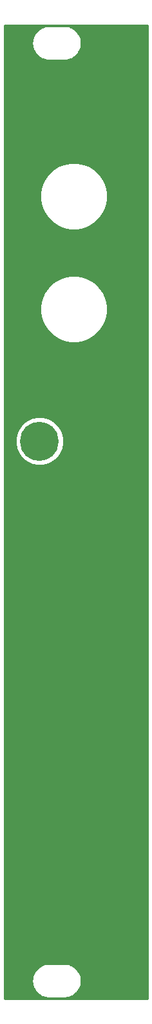
<source format=gbr>
G04 #@! TF.GenerationSoftware,KiCad,Pcbnew,(5.1.5-0)*
G04 #@! TF.CreationDate,2021-01-20T00:49:02-08:00*
G04 #@! TF.ProjectId,bong0,626f6e67-302e-46b6-9963-61645f706362,rev?*
G04 #@! TF.SameCoordinates,Original*
G04 #@! TF.FileFunction,Copper,L2,Bot*
G04 #@! TF.FilePolarity,Positive*
%FSLAX46Y46*%
G04 Gerber Fmt 4.6, Leading zero omitted, Abs format (unit mm)*
G04 Created by KiCad (PCBNEW (5.1.5-0)) date 2021-01-20 00:49:02*
%MOMM*%
%LPD*%
G04 APERTURE LIST*
%ADD10C,5.100000*%
%ADD11C,6.100000*%
%ADD12C,0.254000*%
G04 APERTURE END LIST*
D10*
X5250000Y-55000000D03*
D11*
X5000000Y-76250000D03*
X5000000Y-100750000D03*
X15000000Y-100750000D03*
D12*
G36*
X19440001Y-127840000D02*
G01*
X660000Y-127840000D01*
X660000Y-125451353D01*
X4242755Y-125451353D01*
X4243173Y-125511171D01*
X4242755Y-125570988D01*
X4243655Y-125580160D01*
X4276296Y-125890715D01*
X4288320Y-125949291D01*
X4299532Y-126008070D01*
X4302196Y-126016892D01*
X4394535Y-126315192D01*
X4417715Y-126370335D01*
X4440124Y-126425800D01*
X4444451Y-126433937D01*
X4592972Y-126708621D01*
X4626417Y-126758205D01*
X4659177Y-126808268D01*
X4665001Y-126815409D01*
X4864047Y-127056013D01*
X4906482Y-127098154D01*
X4948346Y-127140903D01*
X4955446Y-127146777D01*
X5197435Y-127344138D01*
X5247259Y-127377241D01*
X5296615Y-127411036D01*
X5304721Y-127415419D01*
X5580435Y-127562019D01*
X5635704Y-127584799D01*
X5690724Y-127608381D01*
X5699527Y-127611105D01*
X5998465Y-127701359D01*
X6057138Y-127712976D01*
X6115655Y-127725415D01*
X6124820Y-127726378D01*
X6435594Y-127756850D01*
X6435598Y-127756850D01*
X6467581Y-127760000D01*
X8532419Y-127760000D01*
X8565986Y-127756694D01*
X8586744Y-127756694D01*
X8595909Y-127755731D01*
X8906228Y-127720923D01*
X8964731Y-127708487D01*
X9023419Y-127696867D01*
X9032222Y-127694142D01*
X9329870Y-127599723D01*
X9384792Y-127576183D01*
X9440159Y-127553363D01*
X9448265Y-127548979D01*
X9721904Y-127398544D01*
X9771217Y-127364779D01*
X9821088Y-127331645D01*
X9828188Y-127325770D01*
X10067397Y-127125049D01*
X10109241Y-127082320D01*
X10151694Y-127040162D01*
X10157519Y-127033020D01*
X10353185Y-126789660D01*
X10385938Y-126739608D01*
X10419391Y-126690013D01*
X10423714Y-126681881D01*
X10423717Y-126681877D01*
X10423719Y-126681873D01*
X10568388Y-126405146D01*
X10590785Y-126349711D01*
X10613978Y-126294539D01*
X10616641Y-126285717D01*
X10704807Y-125986156D01*
X10716007Y-125927440D01*
X10728045Y-125868798D01*
X10728944Y-125859627D01*
X10757245Y-125548647D01*
X10756827Y-125488830D01*
X10757245Y-125429012D01*
X10756345Y-125419841D01*
X10723704Y-125109285D01*
X10711680Y-125050709D01*
X10700468Y-124991930D01*
X10697804Y-124983108D01*
X10605465Y-124684808D01*
X10582280Y-124629653D01*
X10559876Y-124574200D01*
X10555549Y-124566064D01*
X10555549Y-124566063D01*
X10555546Y-124566059D01*
X10407028Y-124291379D01*
X10373583Y-124241795D01*
X10340823Y-124191732D01*
X10334999Y-124184591D01*
X10135954Y-123943987D01*
X10093535Y-123901863D01*
X10051655Y-123859097D01*
X10044554Y-123853223D01*
X9802565Y-123655862D01*
X9752741Y-123622759D01*
X9703385Y-123588964D01*
X9695279Y-123584581D01*
X9419566Y-123437981D01*
X9364269Y-123415189D01*
X9309275Y-123391619D01*
X9300472Y-123388895D01*
X9001535Y-123298641D01*
X8942862Y-123287024D01*
X8884345Y-123274585D01*
X8875180Y-123273622D01*
X8564405Y-123243150D01*
X8564402Y-123243150D01*
X8532419Y-123240000D01*
X6467581Y-123240000D01*
X6434014Y-123243306D01*
X6413256Y-123243306D01*
X6404091Y-123244269D01*
X6093771Y-123279077D01*
X6035298Y-123291506D01*
X5976581Y-123303132D01*
X5967778Y-123305858D01*
X5670130Y-123400277D01*
X5615147Y-123423843D01*
X5559841Y-123446638D01*
X5551735Y-123451021D01*
X5278095Y-123601456D01*
X5228748Y-123635245D01*
X5178913Y-123668355D01*
X5171812Y-123674229D01*
X4932603Y-123874951D01*
X4890759Y-123917681D01*
X4848305Y-123959839D01*
X4842481Y-123966980D01*
X4646814Y-124210340D01*
X4614055Y-124260400D01*
X4580609Y-124309986D01*
X4576283Y-124318123D01*
X4431612Y-124594854D01*
X4409215Y-124650289D01*
X4386022Y-124705461D01*
X4383359Y-124714283D01*
X4295193Y-125013844D01*
X4283993Y-125072560D01*
X4271955Y-125131202D01*
X4271056Y-125140373D01*
X4242755Y-125451353D01*
X660000Y-125451353D01*
X660000Y-54686305D01*
X2065000Y-54686305D01*
X2065000Y-55313695D01*
X2187398Y-55929030D01*
X2427489Y-56508663D01*
X2776049Y-57030319D01*
X3219681Y-57473951D01*
X3741337Y-57822511D01*
X4320970Y-58062602D01*
X4936305Y-58185000D01*
X5563695Y-58185000D01*
X6179030Y-58062602D01*
X6758663Y-57822511D01*
X7280319Y-57473951D01*
X7723951Y-57030319D01*
X8072511Y-56508663D01*
X8312602Y-55929030D01*
X8435000Y-55313695D01*
X8435000Y-54686305D01*
X8312602Y-54070970D01*
X8072511Y-53491337D01*
X7723951Y-52969681D01*
X7280319Y-52526049D01*
X6758663Y-52177489D01*
X6179030Y-51937398D01*
X5563695Y-51815000D01*
X4936305Y-51815000D01*
X4320970Y-51937398D01*
X3741337Y-52177489D01*
X3219681Y-52526049D01*
X2776049Y-52969681D01*
X2427489Y-53491337D01*
X2187398Y-54070970D01*
X2065000Y-54686305D01*
X660000Y-54686305D01*
X660000Y-37315784D01*
X5341332Y-37315784D01*
X5341332Y-38184216D01*
X5510754Y-39035961D01*
X5843089Y-39838288D01*
X6325564Y-40560362D01*
X6939638Y-41174436D01*
X7661712Y-41656911D01*
X8464039Y-41989246D01*
X9315784Y-42158668D01*
X10184216Y-42158668D01*
X11035961Y-41989246D01*
X11838288Y-41656911D01*
X12560362Y-41174436D01*
X13174436Y-40560362D01*
X13656911Y-39838288D01*
X13989246Y-39035961D01*
X14158668Y-38184216D01*
X14158668Y-37315784D01*
X13989246Y-36464039D01*
X13656911Y-35661712D01*
X13174436Y-34939638D01*
X12560362Y-34325564D01*
X11838288Y-33843089D01*
X11035961Y-33510754D01*
X10184216Y-33341332D01*
X9315784Y-33341332D01*
X8464039Y-33510754D01*
X7661712Y-33843089D01*
X6939638Y-34325564D01*
X6325564Y-34939638D01*
X5843089Y-35661712D01*
X5510754Y-36464039D01*
X5341332Y-37315784D01*
X660000Y-37315784D01*
X660000Y-22565784D01*
X5341332Y-22565784D01*
X5341332Y-23434216D01*
X5510754Y-24285961D01*
X5843089Y-25088288D01*
X6325564Y-25810362D01*
X6939638Y-26424436D01*
X7661712Y-26906911D01*
X8464039Y-27239246D01*
X9315784Y-27408668D01*
X10184216Y-27408668D01*
X11035961Y-27239246D01*
X11838288Y-26906911D01*
X12560362Y-26424436D01*
X13174436Y-25810362D01*
X13656911Y-25088288D01*
X13989246Y-24285961D01*
X14158668Y-23434216D01*
X14158668Y-22565784D01*
X13989246Y-21714039D01*
X13656911Y-20911712D01*
X13174436Y-20189638D01*
X12560362Y-19575564D01*
X11838288Y-19093089D01*
X11035961Y-18760754D01*
X10184216Y-18591332D01*
X9315784Y-18591332D01*
X8464039Y-18760754D01*
X7661712Y-19093089D01*
X6939638Y-19575564D01*
X6325564Y-20189638D01*
X5843089Y-20911712D01*
X5510754Y-21714039D01*
X5341332Y-22565784D01*
X660000Y-22565784D01*
X660000Y-2951353D01*
X4242755Y-2951353D01*
X4243173Y-3011171D01*
X4242755Y-3070988D01*
X4243655Y-3080160D01*
X4276296Y-3390715D01*
X4288320Y-3449291D01*
X4299532Y-3508070D01*
X4302196Y-3516892D01*
X4394535Y-3815192D01*
X4417715Y-3870335D01*
X4440124Y-3925800D01*
X4444451Y-3933937D01*
X4592972Y-4208621D01*
X4626417Y-4258205D01*
X4659177Y-4308268D01*
X4665001Y-4315409D01*
X4864047Y-4556013D01*
X4906482Y-4598154D01*
X4948346Y-4640903D01*
X4955446Y-4646777D01*
X5197435Y-4844138D01*
X5247259Y-4877241D01*
X5296615Y-4911036D01*
X5304721Y-4915419D01*
X5580435Y-5062019D01*
X5635704Y-5084799D01*
X5690724Y-5108381D01*
X5699527Y-5111105D01*
X5998465Y-5201359D01*
X6057138Y-5212976D01*
X6115655Y-5225415D01*
X6124820Y-5226378D01*
X6435594Y-5256850D01*
X6435598Y-5256850D01*
X6467581Y-5260000D01*
X8532419Y-5260000D01*
X8565986Y-5256694D01*
X8586744Y-5256694D01*
X8595909Y-5255731D01*
X8906228Y-5220923D01*
X8964731Y-5208487D01*
X9023419Y-5196867D01*
X9032222Y-5194142D01*
X9329870Y-5099723D01*
X9384792Y-5076183D01*
X9440159Y-5053363D01*
X9448265Y-5048979D01*
X9721904Y-4898544D01*
X9771217Y-4864779D01*
X9821088Y-4831645D01*
X9828188Y-4825770D01*
X10067397Y-4625049D01*
X10109241Y-4582320D01*
X10151694Y-4540162D01*
X10157519Y-4533020D01*
X10353185Y-4289660D01*
X10385938Y-4239608D01*
X10419391Y-4190013D01*
X10423714Y-4181881D01*
X10423717Y-4181877D01*
X10423719Y-4181873D01*
X10568388Y-3905146D01*
X10590785Y-3849711D01*
X10613978Y-3794539D01*
X10616641Y-3785717D01*
X10704807Y-3486156D01*
X10716007Y-3427440D01*
X10728045Y-3368798D01*
X10728944Y-3359627D01*
X10757245Y-3048647D01*
X10756827Y-2988830D01*
X10757245Y-2929012D01*
X10756345Y-2919841D01*
X10723704Y-2609285D01*
X10711680Y-2550709D01*
X10700468Y-2491930D01*
X10697804Y-2483108D01*
X10605465Y-2184808D01*
X10582280Y-2129653D01*
X10559876Y-2074200D01*
X10555549Y-2066064D01*
X10555549Y-2066063D01*
X10555546Y-2066059D01*
X10407028Y-1791379D01*
X10373583Y-1741795D01*
X10340823Y-1691732D01*
X10334999Y-1684591D01*
X10135954Y-1443987D01*
X10093535Y-1401863D01*
X10051655Y-1359097D01*
X10044554Y-1353223D01*
X9802565Y-1155862D01*
X9752741Y-1122759D01*
X9703385Y-1088964D01*
X9695279Y-1084581D01*
X9419566Y-937981D01*
X9364269Y-915189D01*
X9309275Y-891619D01*
X9300472Y-888895D01*
X9001535Y-798641D01*
X8942862Y-787024D01*
X8884345Y-774585D01*
X8875180Y-773622D01*
X8564405Y-743150D01*
X8564402Y-743150D01*
X8532419Y-740000D01*
X6467581Y-740000D01*
X6434014Y-743306D01*
X6413256Y-743306D01*
X6404091Y-744269D01*
X6093771Y-779077D01*
X6035298Y-791506D01*
X5976581Y-803132D01*
X5967778Y-805858D01*
X5670130Y-900277D01*
X5615147Y-923843D01*
X5559841Y-946638D01*
X5551735Y-951021D01*
X5278095Y-1101456D01*
X5228748Y-1135245D01*
X5178913Y-1168355D01*
X5171812Y-1174229D01*
X4932603Y-1374951D01*
X4890759Y-1417681D01*
X4848305Y-1459839D01*
X4842481Y-1466980D01*
X4646814Y-1710340D01*
X4614055Y-1760400D01*
X4580609Y-1809986D01*
X4576283Y-1818123D01*
X4431612Y-2094854D01*
X4409215Y-2150289D01*
X4386022Y-2205461D01*
X4383359Y-2214283D01*
X4295193Y-2513844D01*
X4283993Y-2572560D01*
X4271955Y-2631202D01*
X4271056Y-2640373D01*
X4242755Y-2951353D01*
X660000Y-2951353D01*
X660000Y-660000D01*
X19440000Y-660000D01*
X19440001Y-127840000D01*
G37*
X19440001Y-127840000D02*
X660000Y-127840000D01*
X660000Y-125451353D01*
X4242755Y-125451353D01*
X4243173Y-125511171D01*
X4242755Y-125570988D01*
X4243655Y-125580160D01*
X4276296Y-125890715D01*
X4288320Y-125949291D01*
X4299532Y-126008070D01*
X4302196Y-126016892D01*
X4394535Y-126315192D01*
X4417715Y-126370335D01*
X4440124Y-126425800D01*
X4444451Y-126433937D01*
X4592972Y-126708621D01*
X4626417Y-126758205D01*
X4659177Y-126808268D01*
X4665001Y-126815409D01*
X4864047Y-127056013D01*
X4906482Y-127098154D01*
X4948346Y-127140903D01*
X4955446Y-127146777D01*
X5197435Y-127344138D01*
X5247259Y-127377241D01*
X5296615Y-127411036D01*
X5304721Y-127415419D01*
X5580435Y-127562019D01*
X5635704Y-127584799D01*
X5690724Y-127608381D01*
X5699527Y-127611105D01*
X5998465Y-127701359D01*
X6057138Y-127712976D01*
X6115655Y-127725415D01*
X6124820Y-127726378D01*
X6435594Y-127756850D01*
X6435598Y-127756850D01*
X6467581Y-127760000D01*
X8532419Y-127760000D01*
X8565986Y-127756694D01*
X8586744Y-127756694D01*
X8595909Y-127755731D01*
X8906228Y-127720923D01*
X8964731Y-127708487D01*
X9023419Y-127696867D01*
X9032222Y-127694142D01*
X9329870Y-127599723D01*
X9384792Y-127576183D01*
X9440159Y-127553363D01*
X9448265Y-127548979D01*
X9721904Y-127398544D01*
X9771217Y-127364779D01*
X9821088Y-127331645D01*
X9828188Y-127325770D01*
X10067397Y-127125049D01*
X10109241Y-127082320D01*
X10151694Y-127040162D01*
X10157519Y-127033020D01*
X10353185Y-126789660D01*
X10385938Y-126739608D01*
X10419391Y-126690013D01*
X10423714Y-126681881D01*
X10423717Y-126681877D01*
X10423719Y-126681873D01*
X10568388Y-126405146D01*
X10590785Y-126349711D01*
X10613978Y-126294539D01*
X10616641Y-126285717D01*
X10704807Y-125986156D01*
X10716007Y-125927440D01*
X10728045Y-125868798D01*
X10728944Y-125859627D01*
X10757245Y-125548647D01*
X10756827Y-125488830D01*
X10757245Y-125429012D01*
X10756345Y-125419841D01*
X10723704Y-125109285D01*
X10711680Y-125050709D01*
X10700468Y-124991930D01*
X10697804Y-124983108D01*
X10605465Y-124684808D01*
X10582280Y-124629653D01*
X10559876Y-124574200D01*
X10555549Y-124566064D01*
X10555549Y-124566063D01*
X10555546Y-124566059D01*
X10407028Y-124291379D01*
X10373583Y-124241795D01*
X10340823Y-124191732D01*
X10334999Y-124184591D01*
X10135954Y-123943987D01*
X10093535Y-123901863D01*
X10051655Y-123859097D01*
X10044554Y-123853223D01*
X9802565Y-123655862D01*
X9752741Y-123622759D01*
X9703385Y-123588964D01*
X9695279Y-123584581D01*
X9419566Y-123437981D01*
X9364269Y-123415189D01*
X9309275Y-123391619D01*
X9300472Y-123388895D01*
X9001535Y-123298641D01*
X8942862Y-123287024D01*
X8884345Y-123274585D01*
X8875180Y-123273622D01*
X8564405Y-123243150D01*
X8564402Y-123243150D01*
X8532419Y-123240000D01*
X6467581Y-123240000D01*
X6434014Y-123243306D01*
X6413256Y-123243306D01*
X6404091Y-123244269D01*
X6093771Y-123279077D01*
X6035298Y-123291506D01*
X5976581Y-123303132D01*
X5967778Y-123305858D01*
X5670130Y-123400277D01*
X5615147Y-123423843D01*
X5559841Y-123446638D01*
X5551735Y-123451021D01*
X5278095Y-123601456D01*
X5228748Y-123635245D01*
X5178913Y-123668355D01*
X5171812Y-123674229D01*
X4932603Y-123874951D01*
X4890759Y-123917681D01*
X4848305Y-123959839D01*
X4842481Y-123966980D01*
X4646814Y-124210340D01*
X4614055Y-124260400D01*
X4580609Y-124309986D01*
X4576283Y-124318123D01*
X4431612Y-124594854D01*
X4409215Y-124650289D01*
X4386022Y-124705461D01*
X4383359Y-124714283D01*
X4295193Y-125013844D01*
X4283993Y-125072560D01*
X4271955Y-125131202D01*
X4271056Y-125140373D01*
X4242755Y-125451353D01*
X660000Y-125451353D01*
X660000Y-54686305D01*
X2065000Y-54686305D01*
X2065000Y-55313695D01*
X2187398Y-55929030D01*
X2427489Y-56508663D01*
X2776049Y-57030319D01*
X3219681Y-57473951D01*
X3741337Y-57822511D01*
X4320970Y-58062602D01*
X4936305Y-58185000D01*
X5563695Y-58185000D01*
X6179030Y-58062602D01*
X6758663Y-57822511D01*
X7280319Y-57473951D01*
X7723951Y-57030319D01*
X8072511Y-56508663D01*
X8312602Y-55929030D01*
X8435000Y-55313695D01*
X8435000Y-54686305D01*
X8312602Y-54070970D01*
X8072511Y-53491337D01*
X7723951Y-52969681D01*
X7280319Y-52526049D01*
X6758663Y-52177489D01*
X6179030Y-51937398D01*
X5563695Y-51815000D01*
X4936305Y-51815000D01*
X4320970Y-51937398D01*
X3741337Y-52177489D01*
X3219681Y-52526049D01*
X2776049Y-52969681D01*
X2427489Y-53491337D01*
X2187398Y-54070970D01*
X2065000Y-54686305D01*
X660000Y-54686305D01*
X660000Y-37315784D01*
X5341332Y-37315784D01*
X5341332Y-38184216D01*
X5510754Y-39035961D01*
X5843089Y-39838288D01*
X6325564Y-40560362D01*
X6939638Y-41174436D01*
X7661712Y-41656911D01*
X8464039Y-41989246D01*
X9315784Y-42158668D01*
X10184216Y-42158668D01*
X11035961Y-41989246D01*
X11838288Y-41656911D01*
X12560362Y-41174436D01*
X13174436Y-40560362D01*
X13656911Y-39838288D01*
X13989246Y-39035961D01*
X14158668Y-38184216D01*
X14158668Y-37315784D01*
X13989246Y-36464039D01*
X13656911Y-35661712D01*
X13174436Y-34939638D01*
X12560362Y-34325564D01*
X11838288Y-33843089D01*
X11035961Y-33510754D01*
X10184216Y-33341332D01*
X9315784Y-33341332D01*
X8464039Y-33510754D01*
X7661712Y-33843089D01*
X6939638Y-34325564D01*
X6325564Y-34939638D01*
X5843089Y-35661712D01*
X5510754Y-36464039D01*
X5341332Y-37315784D01*
X660000Y-37315784D01*
X660000Y-22565784D01*
X5341332Y-22565784D01*
X5341332Y-23434216D01*
X5510754Y-24285961D01*
X5843089Y-25088288D01*
X6325564Y-25810362D01*
X6939638Y-26424436D01*
X7661712Y-26906911D01*
X8464039Y-27239246D01*
X9315784Y-27408668D01*
X10184216Y-27408668D01*
X11035961Y-27239246D01*
X11838288Y-26906911D01*
X12560362Y-26424436D01*
X13174436Y-25810362D01*
X13656911Y-25088288D01*
X13989246Y-24285961D01*
X14158668Y-23434216D01*
X14158668Y-22565784D01*
X13989246Y-21714039D01*
X13656911Y-20911712D01*
X13174436Y-20189638D01*
X12560362Y-19575564D01*
X11838288Y-19093089D01*
X11035961Y-18760754D01*
X10184216Y-18591332D01*
X9315784Y-18591332D01*
X8464039Y-18760754D01*
X7661712Y-19093089D01*
X6939638Y-19575564D01*
X6325564Y-20189638D01*
X5843089Y-20911712D01*
X5510754Y-21714039D01*
X5341332Y-22565784D01*
X660000Y-22565784D01*
X660000Y-2951353D01*
X4242755Y-2951353D01*
X4243173Y-3011171D01*
X4242755Y-3070988D01*
X4243655Y-3080160D01*
X4276296Y-3390715D01*
X4288320Y-3449291D01*
X4299532Y-3508070D01*
X4302196Y-3516892D01*
X4394535Y-3815192D01*
X4417715Y-3870335D01*
X4440124Y-3925800D01*
X4444451Y-3933937D01*
X4592972Y-4208621D01*
X4626417Y-4258205D01*
X4659177Y-4308268D01*
X4665001Y-4315409D01*
X4864047Y-4556013D01*
X4906482Y-4598154D01*
X4948346Y-4640903D01*
X4955446Y-4646777D01*
X5197435Y-4844138D01*
X5247259Y-4877241D01*
X5296615Y-4911036D01*
X5304721Y-4915419D01*
X5580435Y-5062019D01*
X5635704Y-5084799D01*
X5690724Y-5108381D01*
X5699527Y-5111105D01*
X5998465Y-5201359D01*
X6057138Y-5212976D01*
X6115655Y-5225415D01*
X6124820Y-5226378D01*
X6435594Y-5256850D01*
X6435598Y-5256850D01*
X6467581Y-5260000D01*
X8532419Y-5260000D01*
X8565986Y-5256694D01*
X8586744Y-5256694D01*
X8595909Y-5255731D01*
X8906228Y-5220923D01*
X8964731Y-5208487D01*
X9023419Y-5196867D01*
X9032222Y-5194142D01*
X9329870Y-5099723D01*
X9384792Y-5076183D01*
X9440159Y-5053363D01*
X9448265Y-5048979D01*
X9721904Y-4898544D01*
X9771217Y-4864779D01*
X9821088Y-4831645D01*
X9828188Y-4825770D01*
X10067397Y-4625049D01*
X10109241Y-4582320D01*
X10151694Y-4540162D01*
X10157519Y-4533020D01*
X10353185Y-4289660D01*
X10385938Y-4239608D01*
X10419391Y-4190013D01*
X10423714Y-4181881D01*
X10423717Y-4181877D01*
X10423719Y-4181873D01*
X10568388Y-3905146D01*
X10590785Y-3849711D01*
X10613978Y-3794539D01*
X10616641Y-3785717D01*
X10704807Y-3486156D01*
X10716007Y-3427440D01*
X10728045Y-3368798D01*
X10728944Y-3359627D01*
X10757245Y-3048647D01*
X10756827Y-2988830D01*
X10757245Y-2929012D01*
X10756345Y-2919841D01*
X10723704Y-2609285D01*
X10711680Y-2550709D01*
X10700468Y-2491930D01*
X10697804Y-2483108D01*
X10605465Y-2184808D01*
X10582280Y-2129653D01*
X10559876Y-2074200D01*
X10555549Y-2066064D01*
X10555549Y-2066063D01*
X10555546Y-2066059D01*
X10407028Y-1791379D01*
X10373583Y-1741795D01*
X10340823Y-1691732D01*
X10334999Y-1684591D01*
X10135954Y-1443987D01*
X10093535Y-1401863D01*
X10051655Y-1359097D01*
X10044554Y-1353223D01*
X9802565Y-1155862D01*
X9752741Y-1122759D01*
X9703385Y-1088964D01*
X9695279Y-1084581D01*
X9419566Y-937981D01*
X9364269Y-915189D01*
X9309275Y-891619D01*
X9300472Y-888895D01*
X9001535Y-798641D01*
X8942862Y-787024D01*
X8884345Y-774585D01*
X8875180Y-773622D01*
X8564405Y-743150D01*
X8564402Y-743150D01*
X8532419Y-740000D01*
X6467581Y-740000D01*
X6434014Y-743306D01*
X6413256Y-743306D01*
X6404091Y-744269D01*
X6093771Y-779077D01*
X6035298Y-791506D01*
X5976581Y-803132D01*
X5967778Y-805858D01*
X5670130Y-900277D01*
X5615147Y-923843D01*
X5559841Y-946638D01*
X5551735Y-951021D01*
X5278095Y-1101456D01*
X5228748Y-1135245D01*
X5178913Y-1168355D01*
X5171812Y-1174229D01*
X4932603Y-1374951D01*
X4890759Y-1417681D01*
X4848305Y-1459839D01*
X4842481Y-1466980D01*
X4646814Y-1710340D01*
X4614055Y-1760400D01*
X4580609Y-1809986D01*
X4576283Y-1818123D01*
X4431612Y-2094854D01*
X4409215Y-2150289D01*
X4386022Y-2205461D01*
X4383359Y-2214283D01*
X4295193Y-2513844D01*
X4283993Y-2572560D01*
X4271955Y-2631202D01*
X4271056Y-2640373D01*
X4242755Y-2951353D01*
X660000Y-2951353D01*
X660000Y-660000D01*
X19440000Y-660000D01*
X19440001Y-127840000D01*
M02*

</source>
